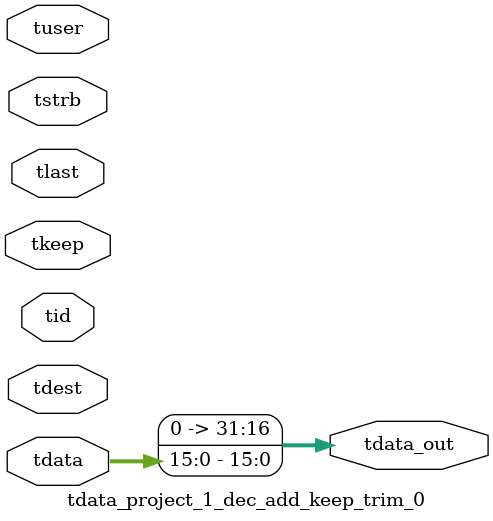
<source format=v>


`timescale 1ps/1ps

module tdata_project_1_dec_add_keep_trim_0 #
(
parameter C_S_AXIS_TDATA_WIDTH = 32,
parameter C_S_AXIS_TUSER_WIDTH = 0,
parameter C_S_AXIS_TID_WIDTH   = 0,
parameter C_S_AXIS_TDEST_WIDTH = 0,
parameter C_M_AXIS_TDATA_WIDTH = 32
)
(
input  [(C_S_AXIS_TDATA_WIDTH == 0 ? 1 : C_S_AXIS_TDATA_WIDTH)-1:0     ] tdata,
input  [(C_S_AXIS_TUSER_WIDTH == 0 ? 1 : C_S_AXIS_TUSER_WIDTH)-1:0     ] tuser,
input  [(C_S_AXIS_TID_WIDTH   == 0 ? 1 : C_S_AXIS_TID_WIDTH)-1:0       ] tid,
input  [(C_S_AXIS_TDEST_WIDTH == 0 ? 1 : C_S_AXIS_TDEST_WIDTH)-1:0     ] tdest,
input  [(C_S_AXIS_TDATA_WIDTH/8)-1:0 ] tkeep,
input  [(C_S_AXIS_TDATA_WIDTH/8)-1:0 ] tstrb,
input                                                                    tlast,
output [C_M_AXIS_TDATA_WIDTH-1:0] tdata_out
);

assign tdata_out = {tdata[15:0]};

endmodule


</source>
